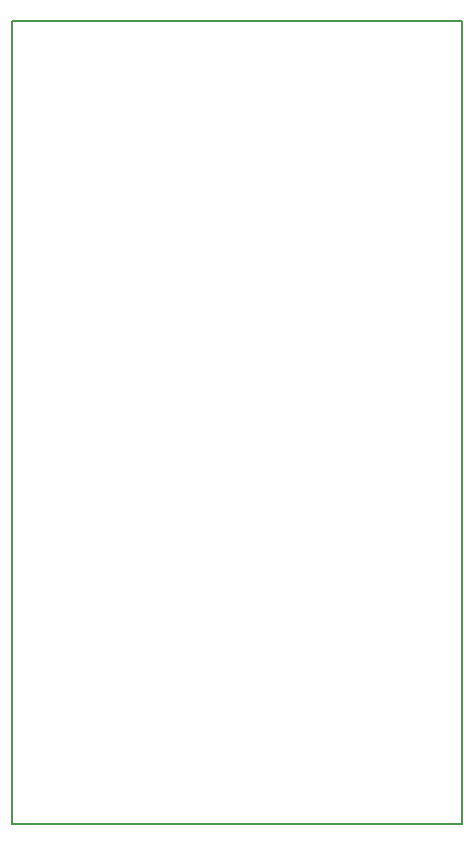
<source format=gbr>
%TF.GenerationSoftware,KiCad,Pcbnew,8.0.7*%
%TF.CreationDate,2025-01-23T07:46:30-08:00*%
%TF.ProjectId,plex-loader,706c6578-2d6c-46f6-9164-65722e6b6963,rev?*%
%TF.SameCoordinates,Original*%
%TF.FileFunction,Profile,NP*%
%FSLAX46Y46*%
G04 Gerber Fmt 4.6, Leading zero omitted, Abs format (unit mm)*
G04 Created by KiCad (PCBNEW 8.0.7) date 2025-01-23 07:46:30*
%MOMM*%
%LPD*%
G01*
G04 APERTURE LIST*
%TA.AperFunction,Profile*%
%ADD10C,0.200000*%
%TD*%
G04 APERTURE END LIST*
D10*
X50000000Y-50000000D02*
X88050400Y-50000000D01*
X88050400Y-117975400D01*
X50000000Y-117975400D01*
X50000000Y-50000000D01*
M02*

</source>
